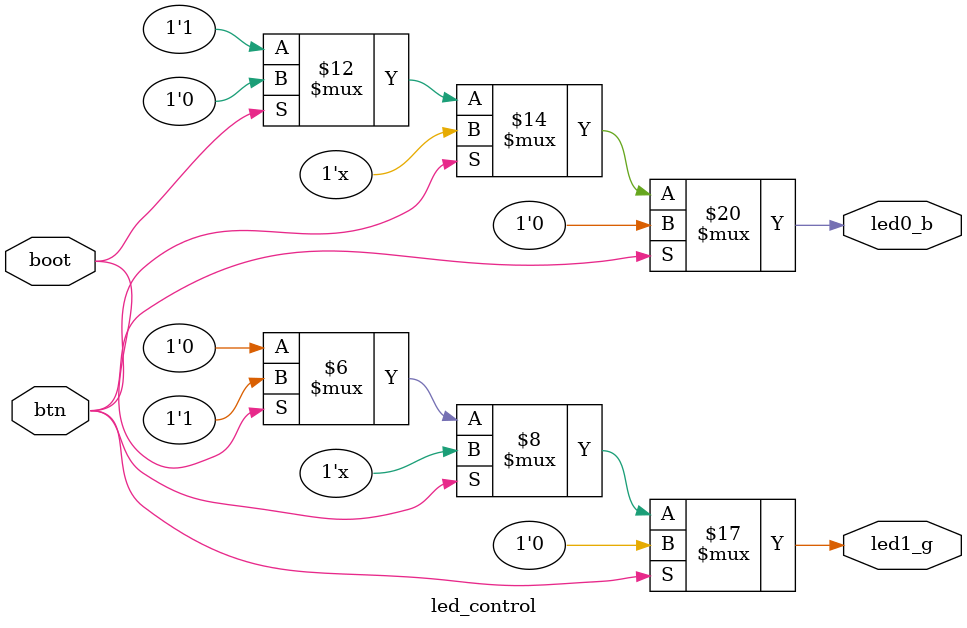
<source format=v>
`timescale 1ns / 1ps


module led_control(input wire btn,
                input wire boot,
               output reg led0_b,
               output reg led1_g 
               );
               
    always @(*) begin
      if (btn == 0) begin
        if (boot ==0) begin
            led0_b = 1;
            led1_g = 0;
        end else begin
            led0_b = 0;
            led1_g = 1;
        end
      end else begin
        led0_b = 0;
        led1_g = 0;
      end
    end
    
endmodule
</source>
